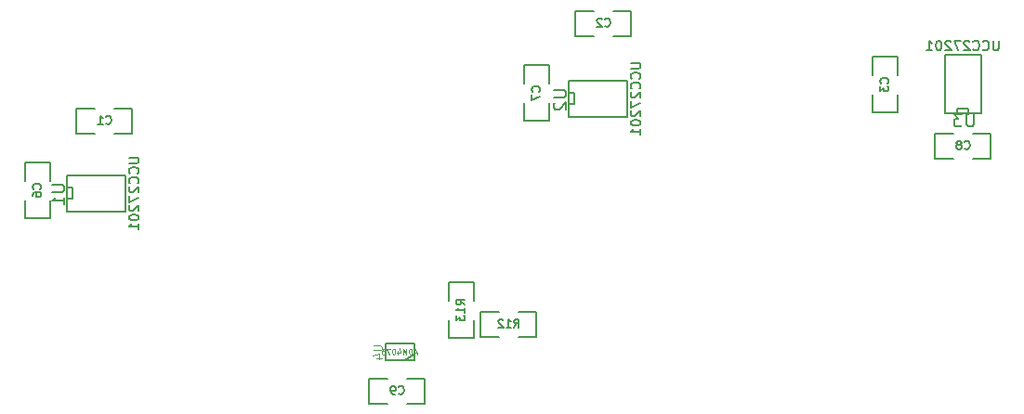
<source format=gbo>
G04 (created by PCBNEW (2013-07-07 BZR 4022)-stable) date 10/6/2014 4:48:18 PM*
%MOIN*%
G04 Gerber Fmt 3.4, Leading zero omitted, Abs format*
%FSLAX34Y34*%
G01*
G70*
G90*
G04 APERTURE LIST*
%ADD10C,0.00590551*%
%ADD11C,0.005*%
%ADD12C,0.003*%
%ADD13C,0.006*%
G04 APERTURE END LIST*
G54D10*
G54D11*
X48100Y-33100D02*
X48400Y-32900D01*
X47400Y-33100D02*
X48425Y-33100D01*
X48425Y-33100D02*
X48425Y-32500D01*
X48425Y-32500D02*
X47400Y-32500D01*
X47400Y-32500D02*
X47400Y-33100D01*
X38063Y-26450D02*
X35957Y-26450D01*
X35957Y-27750D02*
X38063Y-27750D01*
X38063Y-27750D02*
X38063Y-26450D01*
X35957Y-27750D02*
X35957Y-26450D01*
X35950Y-27300D02*
X36150Y-27300D01*
X36150Y-27300D02*
X36150Y-26900D01*
X36150Y-26900D02*
X35950Y-26900D01*
X56063Y-23050D02*
X53957Y-23050D01*
X53957Y-24350D02*
X56063Y-24350D01*
X56063Y-24350D02*
X56063Y-23050D01*
X53957Y-24350D02*
X53957Y-23050D01*
X53950Y-23900D02*
X54150Y-23900D01*
X54150Y-23900D02*
X54150Y-23500D01*
X54150Y-23500D02*
X53950Y-23500D01*
X67450Y-22137D02*
X67450Y-24243D01*
X68750Y-24243D02*
X68750Y-22137D01*
X68750Y-22137D02*
X67450Y-22137D01*
X68750Y-24243D02*
X67450Y-24243D01*
X68300Y-24250D02*
X68300Y-24050D01*
X68300Y-24050D02*
X67900Y-24050D01*
X67900Y-24050D02*
X67900Y-24250D01*
X52800Y-31350D02*
X52800Y-32250D01*
X52800Y-32250D02*
X52150Y-32250D01*
X51450Y-31350D02*
X50800Y-31350D01*
X50800Y-31350D02*
X50800Y-32250D01*
X50800Y-32250D02*
X51450Y-32250D01*
X52150Y-31350D02*
X52800Y-31350D01*
X46800Y-34650D02*
X46800Y-33750D01*
X46800Y-33750D02*
X47450Y-33750D01*
X48150Y-34650D02*
X48800Y-34650D01*
X48800Y-34650D02*
X48800Y-33750D01*
X48800Y-33750D02*
X48150Y-33750D01*
X47450Y-34650D02*
X46800Y-34650D01*
X50550Y-32300D02*
X49650Y-32300D01*
X49650Y-32300D02*
X49650Y-31650D01*
X50550Y-30950D02*
X50550Y-30300D01*
X50550Y-30300D02*
X49650Y-30300D01*
X49650Y-30300D02*
X49650Y-30950D01*
X50550Y-31650D02*
X50550Y-32300D01*
X34450Y-26000D02*
X35350Y-26000D01*
X35350Y-26000D02*
X35350Y-26650D01*
X34450Y-27350D02*
X34450Y-28000D01*
X34450Y-28000D02*
X35350Y-28000D01*
X35350Y-28000D02*
X35350Y-27350D01*
X34450Y-26650D02*
X34450Y-26000D01*
X52350Y-22500D02*
X53250Y-22500D01*
X53250Y-22500D02*
X53250Y-23150D01*
X52350Y-23850D02*
X52350Y-24500D01*
X52350Y-24500D02*
X53250Y-24500D01*
X53250Y-24500D02*
X53250Y-23850D01*
X52350Y-23150D02*
X52350Y-22500D01*
X67100Y-25850D02*
X67100Y-24950D01*
X67100Y-24950D02*
X67750Y-24950D01*
X68450Y-25850D02*
X69100Y-25850D01*
X69100Y-25850D02*
X69100Y-24950D01*
X69100Y-24950D02*
X68450Y-24950D01*
X67750Y-25850D02*
X67100Y-25850D01*
X65750Y-24200D02*
X64850Y-24200D01*
X64850Y-24200D02*
X64850Y-23550D01*
X65750Y-22850D02*
X65750Y-22200D01*
X65750Y-22200D02*
X64850Y-22200D01*
X64850Y-22200D02*
X64850Y-22850D01*
X65750Y-23550D02*
X65750Y-24200D01*
X36300Y-24950D02*
X36300Y-24050D01*
X36300Y-24050D02*
X36950Y-24050D01*
X37650Y-24950D02*
X38300Y-24950D01*
X38300Y-24950D02*
X38300Y-24050D01*
X38300Y-24050D02*
X37650Y-24050D01*
X36950Y-24950D02*
X36300Y-24950D01*
X54200Y-21450D02*
X54200Y-20550D01*
X54200Y-20550D02*
X54850Y-20550D01*
X55550Y-21450D02*
X56200Y-21450D01*
X56200Y-21450D02*
X56200Y-20550D01*
X56200Y-20550D02*
X55550Y-20550D01*
X54850Y-21450D02*
X54200Y-21450D01*
G54D12*
X46934Y-32571D02*
X47177Y-32571D01*
X47205Y-32585D01*
X47220Y-32600D01*
X47234Y-32628D01*
X47234Y-32685D01*
X47220Y-32714D01*
X47205Y-32728D01*
X47177Y-32742D01*
X46934Y-32742D01*
X47034Y-33014D02*
X47234Y-33014D01*
X46920Y-32942D02*
X47134Y-32871D01*
X47134Y-33057D01*
X48508Y-32823D02*
X48414Y-32823D01*
X48526Y-32879D02*
X48461Y-32682D01*
X48395Y-32879D01*
X48329Y-32879D02*
X48329Y-32682D01*
X48283Y-32682D01*
X48254Y-32692D01*
X48236Y-32710D01*
X48226Y-32729D01*
X48217Y-32767D01*
X48217Y-32795D01*
X48226Y-32832D01*
X48236Y-32851D01*
X48254Y-32870D01*
X48283Y-32879D01*
X48329Y-32879D01*
X48132Y-32879D02*
X48132Y-32682D01*
X48067Y-32823D01*
X48001Y-32682D01*
X48001Y-32879D01*
X47823Y-32748D02*
X47823Y-32879D01*
X47870Y-32673D02*
X47917Y-32814D01*
X47795Y-32814D01*
X47682Y-32682D02*
X47663Y-32682D01*
X47645Y-32692D01*
X47635Y-32701D01*
X47626Y-32720D01*
X47617Y-32757D01*
X47617Y-32804D01*
X47626Y-32842D01*
X47635Y-32860D01*
X47645Y-32870D01*
X47663Y-32879D01*
X47682Y-32879D01*
X47701Y-32870D01*
X47710Y-32860D01*
X47720Y-32842D01*
X47729Y-32804D01*
X47729Y-32757D01*
X47720Y-32720D01*
X47710Y-32701D01*
X47701Y-32692D01*
X47682Y-32682D01*
X47551Y-32682D02*
X47420Y-32682D01*
X47504Y-32879D01*
X47363Y-32682D02*
X47241Y-32682D01*
X47307Y-32757D01*
X47279Y-32757D01*
X47260Y-32767D01*
X47251Y-32776D01*
X47241Y-32795D01*
X47241Y-32842D01*
X47251Y-32860D01*
X47260Y-32870D01*
X47279Y-32879D01*
X47335Y-32879D01*
X47354Y-32870D01*
X47363Y-32860D01*
G54D13*
X35413Y-26796D02*
X35777Y-26796D01*
X35820Y-26817D01*
X35841Y-26839D01*
X35863Y-26881D01*
X35863Y-26967D01*
X35841Y-27010D01*
X35820Y-27031D01*
X35777Y-27053D01*
X35413Y-27053D01*
X35863Y-27503D02*
X35863Y-27246D01*
X35863Y-27374D02*
X35413Y-27374D01*
X35477Y-27331D01*
X35520Y-27289D01*
X35541Y-27246D01*
X38169Y-25816D02*
X38453Y-25816D01*
X38486Y-25833D01*
X38503Y-25849D01*
X38519Y-25883D01*
X38519Y-25949D01*
X38503Y-25983D01*
X38486Y-25999D01*
X38453Y-26016D01*
X38169Y-26016D01*
X38486Y-26383D02*
X38503Y-26366D01*
X38519Y-26316D01*
X38519Y-26283D01*
X38503Y-26233D01*
X38469Y-26199D01*
X38436Y-26183D01*
X38369Y-26166D01*
X38319Y-26166D01*
X38253Y-26183D01*
X38219Y-26199D01*
X38186Y-26233D01*
X38169Y-26283D01*
X38169Y-26316D01*
X38186Y-26366D01*
X38203Y-26383D01*
X38486Y-26733D02*
X38503Y-26716D01*
X38519Y-26666D01*
X38519Y-26633D01*
X38503Y-26583D01*
X38469Y-26549D01*
X38436Y-26533D01*
X38369Y-26516D01*
X38319Y-26516D01*
X38253Y-26533D01*
X38219Y-26549D01*
X38186Y-26583D01*
X38169Y-26633D01*
X38169Y-26666D01*
X38186Y-26716D01*
X38203Y-26733D01*
X38203Y-26866D02*
X38186Y-26883D01*
X38169Y-26916D01*
X38169Y-26999D01*
X38186Y-27033D01*
X38203Y-27049D01*
X38236Y-27066D01*
X38269Y-27066D01*
X38319Y-27049D01*
X38519Y-26849D01*
X38519Y-27066D01*
X38169Y-27183D02*
X38169Y-27416D01*
X38519Y-27266D01*
X38203Y-27533D02*
X38186Y-27550D01*
X38169Y-27583D01*
X38169Y-27666D01*
X38186Y-27700D01*
X38203Y-27716D01*
X38236Y-27733D01*
X38269Y-27733D01*
X38319Y-27716D01*
X38519Y-27516D01*
X38519Y-27733D01*
X38169Y-27950D02*
X38169Y-27983D01*
X38186Y-28016D01*
X38203Y-28033D01*
X38236Y-28050D01*
X38303Y-28066D01*
X38386Y-28066D01*
X38453Y-28050D01*
X38486Y-28033D01*
X38503Y-28016D01*
X38519Y-27983D01*
X38519Y-27950D01*
X38503Y-27916D01*
X38486Y-27900D01*
X38453Y-27883D01*
X38386Y-27866D01*
X38303Y-27866D01*
X38236Y-27883D01*
X38203Y-27900D01*
X38186Y-27916D01*
X38169Y-27950D01*
X38519Y-28400D02*
X38519Y-28200D01*
X38519Y-28300D02*
X38169Y-28300D01*
X38219Y-28266D01*
X38253Y-28233D01*
X38269Y-28200D01*
X53413Y-23396D02*
X53777Y-23396D01*
X53820Y-23417D01*
X53841Y-23439D01*
X53863Y-23481D01*
X53863Y-23567D01*
X53841Y-23610D01*
X53820Y-23631D01*
X53777Y-23653D01*
X53413Y-23653D01*
X53456Y-23846D02*
X53434Y-23867D01*
X53413Y-23910D01*
X53413Y-24017D01*
X53434Y-24060D01*
X53456Y-24081D01*
X53498Y-24103D01*
X53541Y-24103D01*
X53606Y-24081D01*
X53863Y-23824D01*
X53863Y-24103D01*
X56169Y-22416D02*
X56453Y-22416D01*
X56486Y-22433D01*
X56503Y-22449D01*
X56519Y-22483D01*
X56519Y-22549D01*
X56503Y-22583D01*
X56486Y-22599D01*
X56453Y-22616D01*
X56169Y-22616D01*
X56486Y-22983D02*
X56503Y-22966D01*
X56519Y-22916D01*
X56519Y-22883D01*
X56503Y-22833D01*
X56469Y-22799D01*
X56436Y-22783D01*
X56369Y-22766D01*
X56319Y-22766D01*
X56253Y-22783D01*
X56219Y-22799D01*
X56186Y-22833D01*
X56169Y-22883D01*
X56169Y-22916D01*
X56186Y-22966D01*
X56203Y-22983D01*
X56486Y-23333D02*
X56503Y-23316D01*
X56519Y-23266D01*
X56519Y-23233D01*
X56503Y-23183D01*
X56469Y-23149D01*
X56436Y-23133D01*
X56369Y-23116D01*
X56319Y-23116D01*
X56253Y-23133D01*
X56219Y-23149D01*
X56186Y-23183D01*
X56169Y-23233D01*
X56169Y-23266D01*
X56186Y-23316D01*
X56203Y-23333D01*
X56203Y-23466D02*
X56186Y-23483D01*
X56169Y-23516D01*
X56169Y-23599D01*
X56186Y-23633D01*
X56203Y-23649D01*
X56236Y-23666D01*
X56269Y-23666D01*
X56319Y-23649D01*
X56519Y-23449D01*
X56519Y-23666D01*
X56169Y-23783D02*
X56169Y-24016D01*
X56519Y-23866D01*
X56203Y-24133D02*
X56186Y-24150D01*
X56169Y-24183D01*
X56169Y-24266D01*
X56186Y-24300D01*
X56203Y-24316D01*
X56236Y-24333D01*
X56269Y-24333D01*
X56319Y-24316D01*
X56519Y-24116D01*
X56519Y-24333D01*
X56169Y-24550D02*
X56169Y-24583D01*
X56186Y-24616D01*
X56203Y-24633D01*
X56236Y-24650D01*
X56303Y-24666D01*
X56386Y-24666D01*
X56453Y-24650D01*
X56486Y-24633D01*
X56503Y-24616D01*
X56519Y-24583D01*
X56519Y-24550D01*
X56503Y-24516D01*
X56486Y-24500D01*
X56453Y-24483D01*
X56386Y-24466D01*
X56303Y-24466D01*
X56236Y-24483D01*
X56203Y-24500D01*
X56186Y-24516D01*
X56169Y-24550D01*
X56519Y-25000D02*
X56519Y-24800D01*
X56519Y-24900D02*
X56169Y-24900D01*
X56219Y-24866D01*
X56253Y-24833D01*
X56269Y-24800D01*
X68481Y-24251D02*
X68481Y-24615D01*
X68460Y-24658D01*
X68439Y-24679D01*
X68396Y-24701D01*
X68310Y-24701D01*
X68267Y-24679D01*
X68246Y-24658D01*
X68224Y-24615D01*
X68224Y-24251D01*
X68053Y-24251D02*
X67774Y-24251D01*
X67924Y-24422D01*
X67860Y-24422D01*
X67817Y-24444D01*
X67796Y-24465D01*
X67774Y-24508D01*
X67774Y-24615D01*
X67796Y-24658D01*
X67817Y-24679D01*
X67860Y-24701D01*
X67989Y-24701D01*
X68031Y-24679D01*
X68053Y-24658D01*
X69383Y-21613D02*
X69383Y-21897D01*
X69366Y-21930D01*
X69350Y-21947D01*
X69316Y-21963D01*
X69250Y-21963D01*
X69216Y-21947D01*
X69200Y-21930D01*
X69183Y-21897D01*
X69183Y-21613D01*
X68816Y-21930D02*
X68833Y-21947D01*
X68883Y-21963D01*
X68916Y-21963D01*
X68966Y-21947D01*
X69000Y-21913D01*
X69016Y-21880D01*
X69033Y-21813D01*
X69033Y-21763D01*
X69016Y-21697D01*
X69000Y-21663D01*
X68966Y-21630D01*
X68916Y-21613D01*
X68883Y-21613D01*
X68833Y-21630D01*
X68816Y-21647D01*
X68466Y-21930D02*
X68483Y-21947D01*
X68533Y-21963D01*
X68566Y-21963D01*
X68616Y-21947D01*
X68650Y-21913D01*
X68666Y-21880D01*
X68683Y-21813D01*
X68683Y-21763D01*
X68666Y-21697D01*
X68650Y-21663D01*
X68616Y-21630D01*
X68566Y-21613D01*
X68533Y-21613D01*
X68483Y-21630D01*
X68466Y-21647D01*
X68333Y-21647D02*
X68316Y-21630D01*
X68283Y-21613D01*
X68200Y-21613D01*
X68166Y-21630D01*
X68150Y-21647D01*
X68133Y-21680D01*
X68133Y-21713D01*
X68150Y-21763D01*
X68350Y-21963D01*
X68133Y-21963D01*
X68016Y-21613D02*
X67783Y-21613D01*
X67933Y-21963D01*
X67666Y-21647D02*
X67650Y-21630D01*
X67616Y-21613D01*
X67533Y-21613D01*
X67500Y-21630D01*
X67483Y-21647D01*
X67466Y-21680D01*
X67466Y-21713D01*
X67483Y-21763D01*
X67683Y-21963D01*
X67466Y-21963D01*
X67250Y-21613D02*
X67216Y-21613D01*
X67183Y-21630D01*
X67166Y-21647D01*
X67150Y-21680D01*
X67133Y-21747D01*
X67133Y-21830D01*
X67150Y-21897D01*
X67166Y-21930D01*
X67183Y-21947D01*
X67216Y-21963D01*
X67250Y-21963D01*
X67283Y-21947D01*
X67300Y-21930D01*
X67316Y-21897D01*
X67333Y-21830D01*
X67333Y-21747D01*
X67316Y-21680D01*
X67300Y-21647D01*
X67283Y-21630D01*
X67250Y-21613D01*
X66800Y-21963D02*
X67000Y-21963D01*
X66900Y-21963D02*
X66900Y-21613D01*
X66933Y-21663D01*
X66966Y-21697D01*
X67000Y-21713D01*
G54D11*
X51992Y-31921D02*
X52092Y-31778D01*
X52164Y-31921D02*
X52164Y-31621D01*
X52050Y-31621D01*
X52021Y-31635D01*
X52007Y-31650D01*
X51992Y-31678D01*
X51992Y-31721D01*
X52007Y-31750D01*
X52021Y-31764D01*
X52050Y-31778D01*
X52164Y-31778D01*
X51707Y-31921D02*
X51878Y-31921D01*
X51792Y-31921D02*
X51792Y-31621D01*
X51821Y-31664D01*
X51850Y-31692D01*
X51878Y-31707D01*
X51592Y-31650D02*
X51578Y-31635D01*
X51550Y-31621D01*
X51478Y-31621D01*
X51450Y-31635D01*
X51435Y-31650D01*
X51421Y-31678D01*
X51421Y-31707D01*
X51435Y-31750D01*
X51607Y-31921D01*
X51421Y-31921D01*
X47850Y-34292D02*
X47864Y-34307D01*
X47907Y-34321D01*
X47935Y-34321D01*
X47978Y-34307D01*
X48007Y-34278D01*
X48021Y-34250D01*
X48035Y-34192D01*
X48035Y-34150D01*
X48021Y-34092D01*
X48007Y-34064D01*
X47978Y-34035D01*
X47935Y-34021D01*
X47907Y-34021D01*
X47864Y-34035D01*
X47850Y-34050D01*
X47707Y-34321D02*
X47650Y-34321D01*
X47621Y-34307D01*
X47607Y-34292D01*
X47578Y-34250D01*
X47564Y-34192D01*
X47564Y-34078D01*
X47578Y-34050D01*
X47592Y-34035D01*
X47621Y-34021D01*
X47678Y-34021D01*
X47707Y-34035D01*
X47721Y-34050D01*
X47735Y-34078D01*
X47735Y-34150D01*
X47721Y-34178D01*
X47707Y-34192D01*
X47678Y-34207D01*
X47621Y-34207D01*
X47592Y-34192D01*
X47578Y-34178D01*
X47564Y-34150D01*
X50221Y-31107D02*
X50078Y-31007D01*
X50221Y-30935D02*
X49921Y-30935D01*
X49921Y-31050D01*
X49935Y-31078D01*
X49950Y-31092D01*
X49978Y-31107D01*
X50021Y-31107D01*
X50050Y-31092D01*
X50064Y-31078D01*
X50078Y-31050D01*
X50078Y-30935D01*
X50221Y-31392D02*
X50221Y-31221D01*
X50221Y-31307D02*
X49921Y-31307D01*
X49964Y-31278D01*
X49992Y-31250D01*
X50007Y-31221D01*
X49921Y-31492D02*
X49921Y-31678D01*
X50035Y-31578D01*
X50035Y-31621D01*
X50050Y-31650D01*
X50064Y-31664D01*
X50092Y-31678D01*
X50164Y-31678D01*
X50192Y-31664D01*
X50207Y-31650D01*
X50221Y-31621D01*
X50221Y-31535D01*
X50207Y-31507D01*
X50192Y-31492D01*
X34992Y-26950D02*
X35007Y-26935D01*
X35021Y-26892D01*
X35021Y-26864D01*
X35007Y-26821D01*
X34978Y-26792D01*
X34950Y-26778D01*
X34892Y-26764D01*
X34850Y-26764D01*
X34792Y-26778D01*
X34764Y-26792D01*
X34735Y-26821D01*
X34721Y-26864D01*
X34721Y-26892D01*
X34735Y-26935D01*
X34750Y-26950D01*
X34721Y-27207D02*
X34721Y-27150D01*
X34735Y-27121D01*
X34750Y-27107D01*
X34792Y-27078D01*
X34850Y-27064D01*
X34964Y-27064D01*
X34992Y-27078D01*
X35007Y-27092D01*
X35021Y-27121D01*
X35021Y-27178D01*
X35007Y-27207D01*
X34992Y-27221D01*
X34964Y-27235D01*
X34892Y-27235D01*
X34864Y-27221D01*
X34850Y-27207D01*
X34835Y-27178D01*
X34835Y-27121D01*
X34850Y-27092D01*
X34864Y-27078D01*
X34892Y-27064D01*
X52892Y-23450D02*
X52907Y-23435D01*
X52921Y-23392D01*
X52921Y-23364D01*
X52907Y-23321D01*
X52878Y-23292D01*
X52850Y-23278D01*
X52792Y-23264D01*
X52750Y-23264D01*
X52692Y-23278D01*
X52664Y-23292D01*
X52635Y-23321D01*
X52621Y-23364D01*
X52621Y-23392D01*
X52635Y-23435D01*
X52650Y-23450D01*
X52621Y-23550D02*
X52621Y-23750D01*
X52921Y-23621D01*
X68150Y-25492D02*
X68164Y-25507D01*
X68207Y-25521D01*
X68235Y-25521D01*
X68278Y-25507D01*
X68307Y-25478D01*
X68321Y-25450D01*
X68335Y-25392D01*
X68335Y-25350D01*
X68321Y-25292D01*
X68307Y-25264D01*
X68278Y-25235D01*
X68235Y-25221D01*
X68207Y-25221D01*
X68164Y-25235D01*
X68150Y-25250D01*
X67978Y-25350D02*
X68007Y-25335D01*
X68021Y-25321D01*
X68035Y-25292D01*
X68035Y-25278D01*
X68021Y-25250D01*
X68007Y-25235D01*
X67978Y-25221D01*
X67921Y-25221D01*
X67892Y-25235D01*
X67878Y-25250D01*
X67864Y-25278D01*
X67864Y-25292D01*
X67878Y-25321D01*
X67892Y-25335D01*
X67921Y-25350D01*
X67978Y-25350D01*
X68007Y-25364D01*
X68021Y-25378D01*
X68035Y-25407D01*
X68035Y-25464D01*
X68021Y-25492D01*
X68007Y-25507D01*
X67978Y-25521D01*
X67921Y-25521D01*
X67892Y-25507D01*
X67878Y-25492D01*
X67864Y-25464D01*
X67864Y-25407D01*
X67878Y-25378D01*
X67892Y-25364D01*
X67921Y-25350D01*
X65392Y-23150D02*
X65407Y-23135D01*
X65421Y-23092D01*
X65421Y-23064D01*
X65407Y-23021D01*
X65378Y-22992D01*
X65350Y-22978D01*
X65292Y-22964D01*
X65250Y-22964D01*
X65192Y-22978D01*
X65164Y-22992D01*
X65135Y-23021D01*
X65121Y-23064D01*
X65121Y-23092D01*
X65135Y-23135D01*
X65150Y-23150D01*
X65121Y-23250D02*
X65121Y-23435D01*
X65235Y-23335D01*
X65235Y-23378D01*
X65250Y-23407D01*
X65264Y-23421D01*
X65292Y-23435D01*
X65364Y-23435D01*
X65392Y-23421D01*
X65407Y-23407D01*
X65421Y-23378D01*
X65421Y-23292D01*
X65407Y-23264D01*
X65392Y-23250D01*
X37350Y-24592D02*
X37364Y-24607D01*
X37407Y-24621D01*
X37435Y-24621D01*
X37478Y-24607D01*
X37507Y-24578D01*
X37521Y-24550D01*
X37535Y-24492D01*
X37535Y-24450D01*
X37521Y-24392D01*
X37507Y-24364D01*
X37478Y-24335D01*
X37435Y-24321D01*
X37407Y-24321D01*
X37364Y-24335D01*
X37350Y-24350D01*
X37064Y-24621D02*
X37235Y-24621D01*
X37150Y-24621D02*
X37150Y-24321D01*
X37178Y-24364D01*
X37207Y-24392D01*
X37235Y-24407D01*
X55250Y-21092D02*
X55264Y-21107D01*
X55307Y-21121D01*
X55335Y-21121D01*
X55378Y-21107D01*
X55407Y-21078D01*
X55421Y-21050D01*
X55435Y-20992D01*
X55435Y-20950D01*
X55421Y-20892D01*
X55407Y-20864D01*
X55378Y-20835D01*
X55335Y-20821D01*
X55307Y-20821D01*
X55264Y-20835D01*
X55250Y-20850D01*
X55135Y-20850D02*
X55121Y-20835D01*
X55092Y-20821D01*
X55021Y-20821D01*
X54992Y-20835D01*
X54978Y-20850D01*
X54964Y-20878D01*
X54964Y-20907D01*
X54978Y-20950D01*
X55150Y-21121D01*
X54964Y-21121D01*
M02*

</source>
